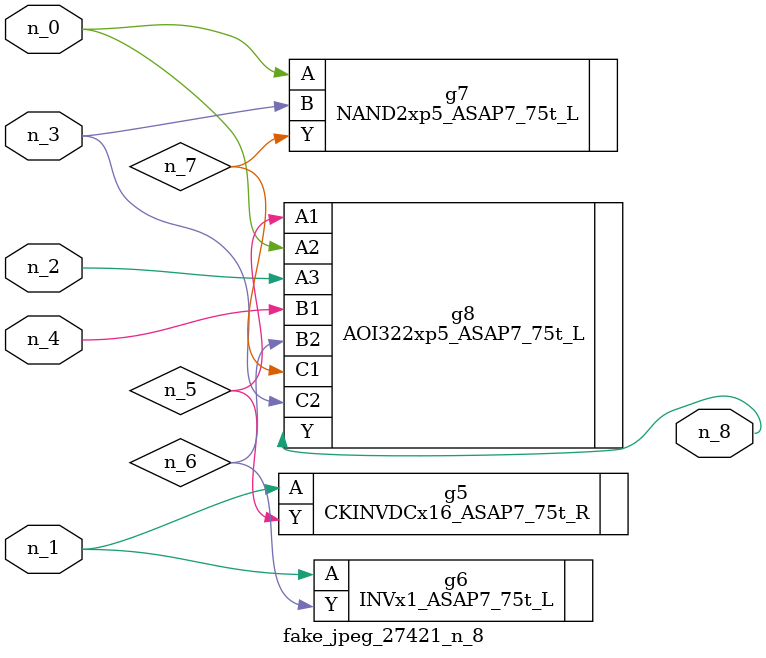
<source format=v>
module fake_jpeg_27421_n_8 (n_3, n_2, n_1, n_0, n_4, n_8);

input n_3;
input n_2;
input n_1;
input n_0;
input n_4;

output n_8;

wire n_6;
wire n_5;
wire n_7;

CKINVDCx16_ASAP7_75t_R g5 ( 
.A(n_1),
.Y(n_5)
);

INVx1_ASAP7_75t_L g6 ( 
.A(n_1),
.Y(n_6)
);

NAND2xp5_ASAP7_75t_L g7 ( 
.A(n_0),
.B(n_3),
.Y(n_7)
);

AOI322xp5_ASAP7_75t_L g8 ( 
.A1(n_5),
.A2(n_0),
.A3(n_2),
.B1(n_4),
.B2(n_6),
.C1(n_7),
.C2(n_3),
.Y(n_8)
);


endmodule
</source>
